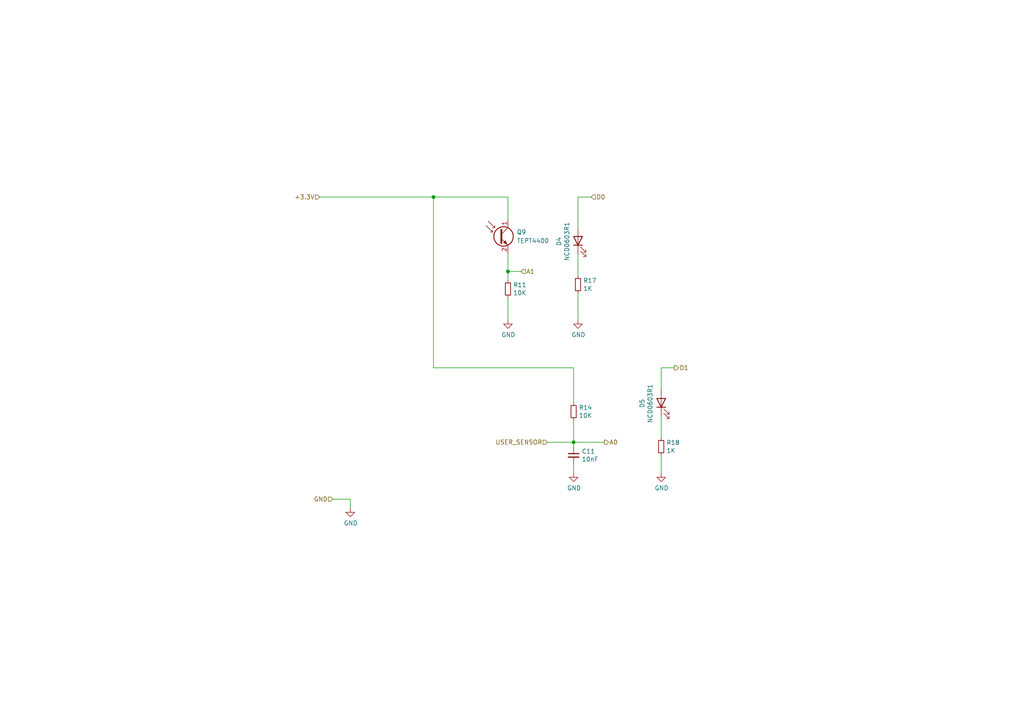
<source format=kicad_sch>
(kicad_sch (version 20210126) (generator eeschema)

  (paper "A4")

  (lib_symbols
    (symbol "Device:C_Small" (pin_numbers hide) (pin_names (offset 0.254) hide) (in_bom yes) (on_board yes)
      (property "Reference" "C" (id 0) (at 0.254 1.778 0)
        (effects (font (size 1.27 1.27)) (justify left))
      )
      (property "Value" "C_Small" (id 1) (at 0.254 -2.032 0)
        (effects (font (size 1.27 1.27)) (justify left))
      )
      (property "Footprint" "" (id 2) (at 0 0 0)
        (effects (font (size 1.27 1.27)) hide)
      )
      (property "Datasheet" "~" (id 3) (at 0 0 0)
        (effects (font (size 1.27 1.27)) hide)
      )
      (property "ki_keywords" "capacitor cap" (id 4) (at 0 0 0)
        (effects (font (size 1.27 1.27)) hide)
      )
      (property "ki_description" "Unpolarized capacitor, small symbol" (id 5) (at 0 0 0)
        (effects (font (size 1.27 1.27)) hide)
      )
      (property "ki_fp_filters" "C_*" (id 6) (at 0 0 0)
        (effects (font (size 1.27 1.27)) hide)
      )
      (symbol "C_Small_0_1"
        (polyline
          (pts
            (xy -1.524 -0.508)
            (xy 1.524 -0.508)
          )
          (stroke (width 0.3302)) (fill (type none))
        )
        (polyline
          (pts
            (xy -1.524 0.508)
            (xy 1.524 0.508)
          )
          (stroke (width 0.3048)) (fill (type none))
        )
      )
      (symbol "C_Small_1_1"
        (pin passive line (at 0 2.54 270) (length 2.032)
          (name "~" (effects (font (size 1.27 1.27))))
          (number "1" (effects (font (size 1.27 1.27))))
        )
        (pin passive line (at 0 -2.54 90) (length 2.032)
          (name "~" (effects (font (size 1.27 1.27))))
          (number "2" (effects (font (size 1.27 1.27))))
        )
      )
    )
    (symbol "Device:LED" (pin_numbers hide) (pin_names (offset 1.016) hide) (in_bom yes) (on_board yes)
      (property "Reference" "D" (id 0) (at 0 2.54 0)
        (effects (font (size 1.27 1.27)))
      )
      (property "Value" "LED" (id 1) (at 0 -2.54 0)
        (effects (font (size 1.27 1.27)))
      )
      (property "Footprint" "" (id 2) (at 0 0 0)
        (effects (font (size 1.27 1.27)) hide)
      )
      (property "Datasheet" "~" (id 3) (at 0 0 0)
        (effects (font (size 1.27 1.27)) hide)
      )
      (property "ki_keywords" "LED diode" (id 4) (at 0 0 0)
        (effects (font (size 1.27 1.27)) hide)
      )
      (property "ki_description" "Light emitting diode" (id 5) (at 0 0 0)
        (effects (font (size 1.27 1.27)) hide)
      )
      (property "ki_fp_filters" "LED* LED_SMD:* LED_THT:*" (id 6) (at 0 0 0)
        (effects (font (size 1.27 1.27)) hide)
      )
      (symbol "LED_0_1"
        (polyline
          (pts
            (xy -1.27 -1.27)
            (xy -1.27 1.27)
          )
          (stroke (width 0.254)) (fill (type none))
        )
        (polyline
          (pts
            (xy -1.27 0)
            (xy 1.27 0)
          )
          (stroke (width 0)) (fill (type none))
        )
        (polyline
          (pts
            (xy 1.27 -1.27)
            (xy 1.27 1.27)
            (xy -1.27 0)
            (xy 1.27 -1.27)
          )
          (stroke (width 0.254)) (fill (type none))
        )
        (polyline
          (pts
            (xy -3.048 -0.762)
            (xy -4.572 -2.286)
            (xy -3.81 -2.286)
            (xy -4.572 -2.286)
            (xy -4.572 -1.524)
          )
          (stroke (width 0)) (fill (type none))
        )
        (polyline
          (pts
            (xy -1.778 -0.762)
            (xy -3.302 -2.286)
            (xy -2.54 -2.286)
            (xy -3.302 -2.286)
            (xy -3.302 -1.524)
          )
          (stroke (width 0)) (fill (type none))
        )
      )
      (symbol "LED_1_1"
        (pin passive line (at -3.81 0 0) (length 2.54)
          (name "K" (effects (font (size 1.27 1.27))))
          (number "1" (effects (font (size 1.27 1.27))))
        )
        (pin passive line (at 3.81 0 180) (length 2.54)
          (name "A" (effects (font (size 1.27 1.27))))
          (number "2" (effects (font (size 1.27 1.27))))
        )
      )
    )
    (symbol "Device:R_Small" (pin_numbers hide) (pin_names (offset 0.254) hide) (in_bom yes) (on_board yes)
      (property "Reference" "R" (id 0) (at 0.762 0.508 0)
        (effects (font (size 1.27 1.27)) (justify left))
      )
      (property "Value" "R_Small" (id 1) (at 0.762 -1.016 0)
        (effects (font (size 1.27 1.27)) (justify left))
      )
      (property "Footprint" "" (id 2) (at 0 0 0)
        (effects (font (size 1.27 1.27)) hide)
      )
      (property "Datasheet" "~" (id 3) (at 0 0 0)
        (effects (font (size 1.27 1.27)) hide)
      )
      (property "ki_keywords" "R resistor" (id 4) (at 0 0 0)
        (effects (font (size 1.27 1.27)) hide)
      )
      (property "ki_description" "Resistor, small symbol" (id 5) (at 0 0 0)
        (effects (font (size 1.27 1.27)) hide)
      )
      (property "ki_fp_filters" "R_*" (id 6) (at 0 0 0)
        (effects (font (size 1.27 1.27)) hide)
      )
      (symbol "R_Small_0_1"
        (rectangle (start -0.762 1.778) (end 0.762 -1.778)
          (stroke (width 0.2032)) (fill (type none))
        )
      )
      (symbol "R_Small_1_1"
        (pin passive line (at 0 2.54 270) (length 0.762)
          (name "~" (effects (font (size 1.27 1.27))))
          (number "1" (effects (font (size 1.27 1.27))))
        )
        (pin passive line (at 0 -2.54 90) (length 0.762)
          (name "~" (effects (font (size 1.27 1.27))))
          (number "2" (effects (font (size 1.27 1.27))))
        )
      )
    )
    (symbol "Sensor_Optical:TEPT4400" (pin_names (offset 0) hide) (in_bom yes) (on_board yes)
      (property "Reference" "Q" (id 0) (at 5.08 1.27 0)
        (effects (font (size 1.27 1.27)) (justify left))
      )
      (property "Value" "TEPT4400" (id 1) (at 5.08 -1.27 0)
        (effects (font (size 1.27 1.27)) (justify left))
      )
      (property "Footprint" "LED_THT:LED_D3.0mm_Clear" (id 2) (at 12.192 -3.556 0)
        (effects (font (size 1.27 1.27)) hide)
      )
      (property "Datasheet" "https://www.vishay.com/docs/81341/tept4400.pdf" (id 3) (at 0 0 0)
        (effects (font (size 1.27 1.27)) hide)
      )
      (property "ki_keywords" "npn phototransistor ambient light sensor" (id 4) (at 0 0 0)
        (effects (font (size 1.27 1.27)) hide)
      )
      (property "ki_description" "Ambient Light Sensor, NPN Epitaxial Planar Phototransistor, T-1" (id 5) (at 0 0 0)
        (effects (font (size 1.27 1.27)) hide)
      )
      (property "ki_fp_filters" "LED*3.0mm*Clear*" (id 6) (at 0 0 0)
        (effects (font (size 1.27 1.27)) hide)
      )
      (symbol "TEPT4400_0_1"
        (circle (center 1.27 0) (radius 2.8194) (stroke (width 0.254)) (fill (type none)))
        (polyline
          (pts
            (xy -1.905 1.27)
            (xy -2.54 1.27)
          )
          (stroke (width 0)) (fill (type none))
        )
        (polyline
          (pts
            (xy -1.27 2.54)
            (xy -1.905 2.54)
          )
          (stroke (width 0)) (fill (type none))
        )
        (polyline
          (pts
            (xy 0.635 0.635)
            (xy 2.54 2.54)
          )
          (stroke (width 0)) (fill (type none))
        )
        (polyline
          (pts
            (xy -3.81 3.175)
            (xy -1.905 1.27)
            (xy -1.905 1.905)
          )
          (stroke (width 0)) (fill (type none))
        )
        (polyline
          (pts
            (xy -3.175 4.445)
            (xy -1.27 2.54)
            (xy -1.27 3.175)
          )
          (stroke (width 0)) (fill (type none))
        )
        (polyline
          (pts
            (xy 0.635 -0.635)
            (xy 2.54 -2.54)
            (xy 2.54 -2.54)
          )
          (stroke (width 0)) (fill (type none))
        )
        (polyline
          (pts
            (xy 0.635 1.905)
            (xy 0.635 -1.905)
            (xy 0.635 -1.905)
          )
          (stroke (width 0.508)) (fill (type none))
        )
        (polyline
          (pts
            (xy 1.27 -1.778)
            (xy 1.778 -1.27)
            (xy 2.286 -2.286)
            (xy 1.27 -1.778)
            (xy 1.27 -1.778)
          )
          (stroke (width 0)) (fill (type outline))
        )
      )
      (symbol "TEPT4400_1_1"
        (pin passive line (at 2.54 5.08 270) (length 2.54)
          (name "C" (effects (font (size 1.27 1.27))))
          (number "1" (effects (font (size 1.27 1.27))))
        )
        (pin passive line (at 2.54 -5.08 90) (length 2.54)
          (name "E" (effects (font (size 1.27 1.27))))
          (number "2" (effects (font (size 1.27 1.27))))
        )
      )
    )
    (symbol "power:GND" (power) (pin_names (offset 0)) (in_bom yes) (on_board yes)
      (property "Reference" "#PWR" (id 0) (at 0 -6.35 0)
        (effects (font (size 1.27 1.27)) hide)
      )
      (property "Value" "GND" (id 1) (at 0 -3.81 0)
        (effects (font (size 1.27 1.27)))
      )
      (property "Footprint" "" (id 2) (at 0 0 0)
        (effects (font (size 1.27 1.27)) hide)
      )
      (property "Datasheet" "" (id 3) (at 0 0 0)
        (effects (font (size 1.27 1.27)) hide)
      )
      (property "ki_keywords" "power-flag" (id 4) (at 0 0 0)
        (effects (font (size 1.27 1.27)) hide)
      )
      (property "ki_description" "Power symbol creates a global label with name \"GND\" , ground" (id 5) (at 0 0 0)
        (effects (font (size 1.27 1.27)) hide)
      )
      (symbol "GND_0_1"
        (polyline
          (pts
            (xy 0 0)
            (xy 0 -1.27)
            (xy 1.27 -1.27)
            (xy 0 -2.54)
            (xy -1.27 -1.27)
            (xy 0 -1.27)
          )
          (stroke (width 0)) (fill (type none))
        )
      )
      (symbol "GND_1_1"
        (pin power_in line (at 0 0 270) (length 0) hide
          (name "GND" (effects (font (size 1.27 1.27))))
          (number "1" (effects (font (size 1.27 1.27))))
        )
      )
    )
  )

  (junction (at 125.73 57.15) (diameter 0.9144) (color 0 0 0 0))
  (junction (at 147.32 78.74) (diameter 0.9144) (color 0 0 0 0))
  (junction (at 166.37 128.27) (diameter 0.9144) (color 0 0 0 0))

  (wire (pts (xy 92.71 57.15) (xy 125.73 57.15))
    (stroke (width 0) (type solid) (color 0 0 0 0))
    (uuid 03e736aa-26bd-4790-86e7-cb9df138ad3c)
  )
  (wire (pts (xy 96.52 144.78) (xy 101.6 144.78))
    (stroke (width 0) (type solid) (color 0 0 0 0))
    (uuid c18ee6a8-3290-4f5b-96de-18a20343e1c4)
  )
  (wire (pts (xy 101.6 144.78) (xy 101.6 147.32))
    (stroke (width 0) (type solid) (color 0 0 0 0))
    (uuid 71c358da-40ea-4350-9b90-3e695b888d4e)
  )
  (wire (pts (xy 125.73 57.15) (xy 147.32 57.15))
    (stroke (width 0) (type solid) (color 0 0 0 0))
    (uuid 8796b213-eaa6-4aab-88e5-6702c4be1e5f)
  )
  (wire (pts (xy 125.73 106.68) (xy 125.73 57.15))
    (stroke (width 0) (type solid) (color 0 0 0 0))
    (uuid fd30bf81-2cbd-44a6-9b09-7801efa93f2d)
  )
  (wire (pts (xy 125.73 106.68) (xy 166.37 106.68))
    (stroke (width 0) (type solid) (color 0 0 0 0))
    (uuid 8431dc86-972d-4d2d-8772-bfa488484d7e)
  )
  (wire (pts (xy 147.32 57.15) (xy 147.32 63.5))
    (stroke (width 0) (type solid) (color 0 0 0 0))
    (uuid 4ceb48b0-18ad-4760-919b-d56aec07dd46)
  )
  (wire (pts (xy 147.32 73.66) (xy 147.32 78.74))
    (stroke (width 0) (type solid) (color 0 0 0 0))
    (uuid ee7e8782-3a64-43a4-9e95-f2ae57567846)
  )
  (wire (pts (xy 147.32 78.74) (xy 147.32 81.28))
    (stroke (width 0) (type solid) (color 0 0 0 0))
    (uuid ee7e8782-3a64-43a4-9e95-f2ae57567846)
  )
  (wire (pts (xy 147.32 78.74) (xy 151.13 78.74))
    (stroke (width 0) (type solid) (color 0 0 0 0))
    (uuid e829d405-d077-4b7b-986c-b7bb7d1b3dc3)
  )
  (wire (pts (xy 147.32 86.36) (xy 147.32 92.71))
    (stroke (width 0) (type solid) (color 0 0 0 0))
    (uuid b578a54f-b1b2-44b4-90ab-248ec1561d4e)
  )
  (wire (pts (xy 158.75 128.27) (xy 166.37 128.27))
    (stroke (width 0) (type solid) (color 0 0 0 0))
    (uuid e4a97209-0673-4c35-aed7-5f2d88d1922c)
  )
  (wire (pts (xy 166.37 116.84) (xy 166.37 106.68))
    (stroke (width 0) (type solid) (color 0 0 0 0))
    (uuid d69b7299-dbfd-461f-9ca7-bb7048616be2)
  )
  (wire (pts (xy 166.37 121.92) (xy 166.37 128.27))
    (stroke (width 0) (type solid) (color 0 0 0 0))
    (uuid 4ae33edc-91e0-4287-a6aa-1f6a08eef89e)
  )
  (wire (pts (xy 166.37 128.27) (xy 175.26 128.27))
    (stroke (width 0) (type solid) (color 0 0 0 0))
    (uuid b8a6395b-2fb7-42c5-8ec8-1ae399ce3d79)
  )
  (wire (pts (xy 166.37 129.54) (xy 166.37 128.27))
    (stroke (width 0) (type solid) (color 0 0 0 0))
    (uuid 2f520ae5-5ebd-45d1-85b4-2e7144e82258)
  )
  (wire (pts (xy 166.37 134.62) (xy 166.37 137.16))
    (stroke (width 0) (type solid) (color 0 0 0 0))
    (uuid fef7a3fb-4c41-4f58-ae94-569fd503a734)
  )
  (wire (pts (xy 167.64 57.15) (xy 167.64 66.04))
    (stroke (width 0) (type solid) (color 0 0 0 0))
    (uuid 164065a0-569c-48c0-a060-09c79dbae045)
  )
  (wire (pts (xy 167.64 57.15) (xy 171.45 57.15))
    (stroke (width 0) (type solid) (color 0 0 0 0))
    (uuid eb6cc6de-1d90-4fdf-88aa-28085d09cc48)
  )
  (wire (pts (xy 167.64 73.66) (xy 167.64 80.01))
    (stroke (width 0) (type solid) (color 0 0 0 0))
    (uuid ba067a2d-6932-4dd0-a870-022f840d8646)
  )
  (wire (pts (xy 167.64 85.09) (xy 167.64 92.71))
    (stroke (width 0) (type solid) (color 0 0 0 0))
    (uuid 8fa3f534-9c7d-4687-bc45-8b536202170a)
  )
  (wire (pts (xy 191.77 106.68) (xy 195.58 106.68))
    (stroke (width 0) (type solid) (color 0 0 0 0))
    (uuid 3355e3d7-9114-4f21-908c-3954cecb9c02)
  )
  (wire (pts (xy 191.77 113.03) (xy 191.77 106.68))
    (stroke (width 0) (type solid) (color 0 0 0 0))
    (uuid 3355e3d7-9114-4f21-908c-3954cecb9c02)
  )
  (wire (pts (xy 191.77 120.65) (xy 191.77 127))
    (stroke (width 0) (type solid) (color 0 0 0 0))
    (uuid 001837eb-2352-4572-98b4-bb53537b8d62)
  )
  (wire (pts (xy 191.77 137.16) (xy 191.77 132.08))
    (stroke (width 0) (type solid) (color 0 0 0 0))
    (uuid ceb0feee-c3a2-4328-9d6c-519f87a02119)
  )

  (hierarchical_label "+3.3V" (shape input) (at 92.71 57.15 180)
    (effects (font (size 1.27 1.27)) (justify right))
    (uuid 94a69a2a-d18b-406b-9425-fe5e9901886f)
  )
  (hierarchical_label "GND" (shape input) (at 96.52 144.78 180)
    (effects (font (size 1.27 1.27)) (justify right))
    (uuid a863d399-d5a6-4981-ba32-13b1c1ede16c)
  )
  (hierarchical_label "A1" (shape input) (at 151.13 78.74 0)
    (effects (font (size 1.27 1.27)) (justify left))
    (uuid 7f030ea2-1eaf-4c42-b0d1-40497f73971a)
  )
  (hierarchical_label "USER_SENSOR" (shape input) (at 158.75 128.27 180)
    (effects (font (size 1.27 1.27)) (justify right))
    (uuid 7fef6b6d-00a4-4526-92db-87ed4bc5aff4)
  )
  (hierarchical_label "D0" (shape input) (at 171.45 57.15 0)
    (effects (font (size 1.27 1.27)) (justify left))
    (uuid b154da0f-0b6f-42a1-a289-e2d23c2ab92d)
  )
  (hierarchical_label "A0" (shape output) (at 175.26 128.27 0)
    (effects (font (size 1.27 1.27)) (justify left))
    (uuid 3895ba79-cba6-4012-bbe2-c68b249e6617)
  )
  (hierarchical_label "D1" (shape output) (at 195.58 106.68 0)
    (effects (font (size 1.27 1.27)) (justify left))
    (uuid bedc3839-ad2c-4122-897e-bb5be6f32cca)
  )

  (symbol (lib_id "power:GND") (at 101.6 147.32 0) (unit 1)
    (in_bom yes) (on_board yes)
    (uuid 70ada7af-af44-4d7e-8af9-819bcbb5e578)
    (property "Reference" "#PWR0141" (id 0) (at 101.6 153.67 0)
      (effects (font (size 1.27 1.27)) hide)
    )
    (property "Value" "GND" (id 1) (at 101.727 151.7142 0))
    (property "Footprint" "" (id 2) (at 101.6 147.32 0)
      (effects (font (size 1.27 1.27)) hide)
    )
    (property "Datasheet" "" (id 3) (at 101.6 147.32 0)
      (effects (font (size 1.27 1.27)) hide)
    )
    (pin "1" (uuid d3977571-f8fa-4637-a3d5-d2f6627b418f))
  )

  (symbol (lib_id "power:GND") (at 147.32 92.71 0) (unit 1)
    (in_bom yes) (on_board yes)
    (uuid f73dcfc6-db4c-4ef4-bbee-f3fe5812d316)
    (property "Reference" "#PWR0130" (id 0) (at 147.32 99.06 0)
      (effects (font (size 1.27 1.27)) hide)
    )
    (property "Value" "GND" (id 1) (at 147.447 97.1042 0))
    (property "Footprint" "" (id 2) (at 147.32 92.71 0)
      (effects (font (size 1.27 1.27)) hide)
    )
    (property "Datasheet" "" (id 3) (at 147.32 92.71 0)
      (effects (font (size 1.27 1.27)) hide)
    )
    (pin "1" (uuid d6e15f49-5a27-4697-b9e8-7f04c6577bd4))
  )

  (symbol (lib_id "power:GND") (at 166.37 137.16 0) (unit 1)
    (in_bom yes) (on_board yes)
    (uuid 0944ff18-90e6-4a5a-a7b4-8ffd44c67c43)
    (property "Reference" "#PWR0144" (id 0) (at 166.37 143.51 0)
      (effects (font (size 1.27 1.27)) hide)
    )
    (property "Value" "GND" (id 1) (at 166.497 141.5542 0))
    (property "Footprint" "" (id 2) (at 166.37 137.16 0)
      (effects (font (size 1.27 1.27)) hide)
    )
    (property "Datasheet" "" (id 3) (at 166.37 137.16 0)
      (effects (font (size 1.27 1.27)) hide)
    )
    (pin "1" (uuid 80ca44bd-ba8f-4974-8fc3-7f78abb93e43))
  )

  (symbol (lib_id "power:GND") (at 167.64 92.71 0) (unit 1)
    (in_bom yes) (on_board yes)
    (uuid 97ded2c5-dae8-47d1-a32e-ff11c49e329e)
    (property "Reference" "#PWR0119" (id 0) (at 167.64 99.06 0)
      (effects (font (size 1.27 1.27)) hide)
    )
    (property "Value" "GND" (id 1) (at 167.767 97.1042 0))
    (property "Footprint" "" (id 2) (at 167.64 92.71 0)
      (effects (font (size 1.27 1.27)) hide)
    )
    (property "Datasheet" "" (id 3) (at 167.64 92.71 0)
      (effects (font (size 1.27 1.27)) hide)
    )
    (pin "1" (uuid d6e15f49-5a27-4697-b9e8-7f04c6577bd4))
  )

  (symbol (lib_id "power:GND") (at 191.77 137.16 0) (unit 1)
    (in_bom yes) (on_board yes)
    (uuid 3622ce98-1c33-4870-9c87-9cfb70d0d5f2)
    (property "Reference" "#PWR0139" (id 0) (at 191.77 143.51 0)
      (effects (font (size 1.27 1.27)) hide)
    )
    (property "Value" "GND" (id 1) (at 191.897 141.5542 0))
    (property "Footprint" "" (id 2) (at 191.77 137.16 0)
      (effects (font (size 1.27 1.27)) hide)
    )
    (property "Datasheet" "" (id 3) (at 191.77 137.16 0)
      (effects (font (size 1.27 1.27)) hide)
    )
    (pin "1" (uuid 80ca44bd-ba8f-4974-8fc3-7f78abb93e43))
  )

  (symbol (lib_id "Device:R_Small") (at 147.32 83.82 0) (unit 1)
    (in_bom yes) (on_board yes)
    (uuid cd4796b3-d532-496d-90e3-5eba76383b3a)
    (property "Reference" "R11" (id 0) (at 148.8186 82.6516 0)
      (effects (font (size 1.27 1.27)) (justify left))
    )
    (property "Value" "10K" (id 1) (at 148.8186 84.963 0)
      (effects (font (size 1.27 1.27)) (justify left))
    )
    (property "Footprint" "Resistor_SMD:R_0603_1608Metric" (id 2) (at 147.32 83.82 0)
      (effects (font (size 1.27 1.27)) hide)
    )
    (property "Datasheet" "~" (id 3) (at 147.32 83.82 0)
      (effects (font (size 1.27 1.27)) hide)
    )
    (pin "1" (uuid 8f88b0d1-af94-4c9a-b422-ef9aaf46b631))
    (pin "2" (uuid ed383629-8981-4b53-8d1d-b484ce1f0841))
  )

  (symbol (lib_id "Device:R_Small") (at 166.37 119.38 0) (unit 1)
    (in_bom yes) (on_board yes)
    (uuid 989751c3-4da0-4a0b-b582-c885a50d34a8)
    (property "Reference" "R14" (id 0) (at 167.8686 118.2116 0)
      (effects (font (size 1.27 1.27)) (justify left))
    )
    (property "Value" "10K" (id 1) (at 167.8686 120.523 0)
      (effects (font (size 1.27 1.27)) (justify left))
    )
    (property "Footprint" "Resistor_SMD:R_0603_1608Metric" (id 2) (at 166.37 119.38 0)
      (effects (font (size 1.27 1.27)) hide)
    )
    (property "Datasheet" "~" (id 3) (at 166.37 119.38 0)
      (effects (font (size 1.27 1.27)) hide)
    )
    (pin "1" (uuid b650e5d3-3afe-4a71-b774-4464b0f315ea))
    (pin "2" (uuid ccac20dc-cb65-4118-90cc-66530544c77a))
  )

  (symbol (lib_id "Device:R_Small") (at 167.64 82.55 0) (unit 1)
    (in_bom yes) (on_board yes)
    (uuid f79d5394-b1a9-43ee-b7e1-3f1bacf6c273)
    (property "Reference" "R17" (id 0) (at 169.1386 81.3816 0)
      (effects (font (size 1.27 1.27)) (justify left))
    )
    (property "Value" "1K" (id 1) (at 169.1386 83.693 0)
      (effects (font (size 1.27 1.27)) (justify left))
    )
    (property "Footprint" "Resistor_SMD:R_0603_1608Metric" (id 2) (at 167.64 82.55 0)
      (effects (font (size 1.27 1.27)) hide)
    )
    (property "Datasheet" "~" (id 3) (at 167.64 82.55 0)
      (effects (font (size 1.27 1.27)) hide)
    )
    (pin "1" (uuid 88fc146b-c514-4b37-a7cb-bfdd6c789d2b))
    (pin "2" (uuid 52d36425-7e04-4cf4-8433-7340758d6a11))
  )

  (symbol (lib_id "Device:R_Small") (at 191.77 129.54 0) (unit 1)
    (in_bom yes) (on_board yes)
    (uuid 5284b455-ddb2-4533-86c7-d01fb99e0719)
    (property "Reference" "R18" (id 0) (at 193.2686 128.3716 0)
      (effects (font (size 1.27 1.27)) (justify left))
    )
    (property "Value" "1K" (id 1) (at 193.2686 130.683 0)
      (effects (font (size 1.27 1.27)) (justify left))
    )
    (property "Footprint" "Resistor_SMD:R_0603_1608Metric" (id 2) (at 191.77 129.54 0)
      (effects (font (size 1.27 1.27)) hide)
    )
    (property "Datasheet" "~" (id 3) (at 191.77 129.54 0)
      (effects (font (size 1.27 1.27)) hide)
    )
    (pin "1" (uuid bf58e363-6634-497d-97c3-0f4b41c4306f))
    (pin "2" (uuid 4518da9a-0aaf-4c1b-95a4-c9104e7c3f7f))
  )

  (symbol (lib_id "Device:C_Small") (at 166.37 132.08 0) (unit 1)
    (in_bom yes) (on_board yes)
    (uuid 37396574-35b4-4eb3-ac0c-d5d783cc862b)
    (property "Reference" "C11" (id 0) (at 168.7068 130.9116 0)
      (effects (font (size 1.27 1.27)) (justify left))
    )
    (property "Value" "10nF" (id 1) (at 168.7068 133.223 0)
      (effects (font (size 1.27 1.27)) (justify left))
    )
    (property "Footprint" "Capacitor_SMD:C_0603_1608Metric" (id 2) (at 166.37 132.08 0)
      (effects (font (size 1.27 1.27)) hide)
    )
    (property "Datasheet" "~" (id 3) (at 166.37 132.08 0)
      (effects (font (size 1.27 1.27)) hide)
    )
    (pin "1" (uuid f3ae9c8e-dbd3-4b2b-91d3-eef30c278a8b))
    (pin "2" (uuid a8ddc6ee-7966-4ea0-a631-0f5cb56b201d))
  )

  (symbol (lib_id "Device:LED") (at 167.64 69.85 90) (unit 1)
    (in_bom yes) (on_board yes)
    (uuid ce3d0d45-de23-4676-bd2b-dfbc23625bfa)
    (property "Reference" "D4" (id 0) (at 162.1282 70.0278 0))
    (property "Value" "NCD0603R1" (id 1) (at 164.4396 70.0278 0))
    (property "Footprint" "LED_SMD:LED_0603_1608Metric" (id 2) (at 167.64 69.85 0)
      (effects (font (size 1.27 1.27)) hide)
    )
    (property "Datasheet" "~" (id 3) (at 167.64 69.85 0)
      (effects (font (size 1.27 1.27)) hide)
    )
    (pin "1" (uuid 7bc14e5e-f854-40a5-8dcb-3aa42be44101))
    (pin "2" (uuid 83b0de6b-a896-40bc-b4b6-5e17e7f42942))
  )

  (symbol (lib_id "Device:LED") (at 191.77 116.84 90) (unit 1)
    (in_bom yes) (on_board yes)
    (uuid 27199e8e-acf1-4fb6-b889-edf0547eaad0)
    (property "Reference" "D5" (id 0) (at 186.2582 117.0178 0))
    (property "Value" "NCD0603R1" (id 1) (at 188.5696 117.0178 0))
    (property "Footprint" "LED_SMD:LED_0603_1608Metric" (id 2) (at 191.77 116.84 0)
      (effects (font (size 1.27 1.27)) hide)
    )
    (property "Datasheet" "~" (id 3) (at 191.77 116.84 0)
      (effects (font (size 1.27 1.27)) hide)
    )
    (pin "1" (uuid eb270e9b-16a5-4999-84e8-801edfed1cd3))
    (pin "2" (uuid 60fd6957-4b98-4f0c-a85f-45cf9960a1ce))
  )

  (symbol (lib_id "Sensor_Optical:TEPT4400") (at 144.78 68.58 0) (unit 1)
    (in_bom yes) (on_board yes)
    (uuid 2d45fc12-269f-49c4-bc8f-dea9839a2394)
    (property "Reference" "Q9" (id 0) (at 149.86 67.31 0)
      (effects (font (size 1.27 1.27)) (justify left))
    )
    (property "Value" "TEPT4400" (id 1) (at 149.86 69.85 0)
      (effects (font (size 1.27 1.27)) (justify left))
    )
    (property "Footprint" "LED_THT:LED_D3.0mm_Clear" (id 2) (at 156.972 72.136 0)
      (effects (font (size 1.27 1.27)) hide)
    )
    (property "Datasheet" "https://www.vishay.com/docs/81341/tept4400.pdf" (id 3) (at 144.78 68.58 0)
      (effects (font (size 1.27 1.27)) hide)
    )
    (pin "1" (uuid 3efbb451-8187-44a4-a73f-83f9cca139f4))
    (pin "2" (uuid df3c3fe3-e542-4ab2-abfb-ade48f40920f))
  )
)

</source>
